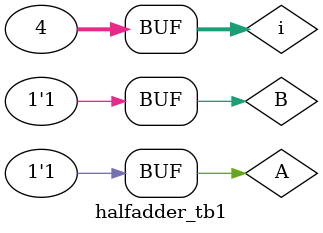
<source format=v>

module halfadder_tb1;
wire S,C;
reg A,B;
halfadder1 c1(.A(A),.B(B),.S(S),.C(C));
integer i;
initial begin
$display("Half Adder");
$dumpfile("halfadder1.vcd");
$dumpvars(0,halfadder_tb1);
$display("Half Adder using Data Flow");
$monitor("A = %b | B = %b | S = %b | C = %b",A,B,S,C);
for(i=0; i<4; i=i+1) begin
{A,B} = i;
#5;
end
end
endmodule

</source>
